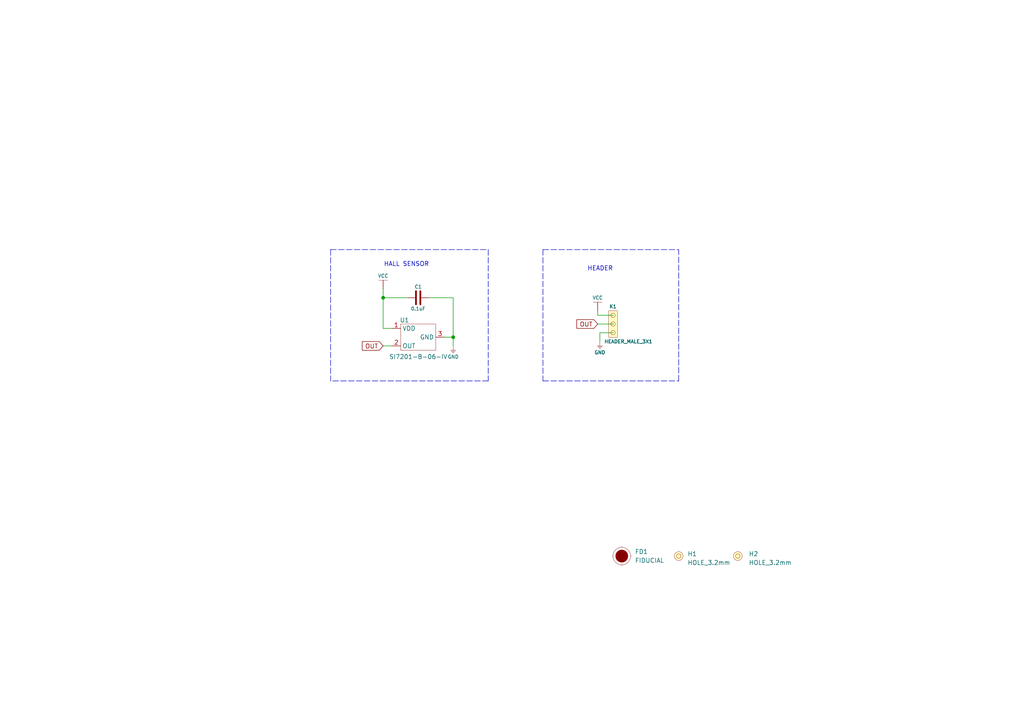
<source format=kicad_sch>
(kicad_sch (version 20210621) (generator eeschema)

  (uuid ea40d022-c996-4a4a-8961-7238afb1dbe3)

  (paper "A4")

  (title_block
    (title "Hall effect sensor digital")
    (date "2021-09-01")
    (rev "V1.1.1.")
    (company "SOLDERED")
    (comment 1 "333082")
  )

  (lib_symbols
    (symbol "e-radionica.com schematics:0603C" (pin_numbers hide) (pin_names (offset 0.002)) (in_bom yes) (on_board yes)
      (property "Reference" "C" (id 0) (at -0.635 3.175 0)
        (effects (font (size 1 1)))
      )
      (property "Value" "0603C" (id 1) (at 0 -3.175 0)
        (effects (font (size 1 1)))
      )
      (property "Footprint" "e-radionica.com footprinti:0603C" (id 2) (at 0 0 0)
        (effects (font (size 1 1)) hide)
      )
      (property "Datasheet" "" (id 3) (at 0 0 0)
        (effects (font (size 1 1)) hide)
      )
      (symbol "0603C_0_1"
        (polyline
          (pts
            (xy -0.635 1.905)
            (xy -0.635 -1.905)
          )
          (stroke (width 0.5)) (fill (type none))
        )
        (polyline
          (pts
            (xy 0.635 1.905)
            (xy 0.635 -1.905)
          )
          (stroke (width 0.5)) (fill (type none))
        )
      )
      (symbol "0603C_1_1"
        (pin passive line (at -3.175 0 0) (length 2.54)
          (name "~" (effects (font (size 1.27 1.27))))
          (number "1" (effects (font (size 1.27 1.27))))
        )
        (pin passive line (at 3.175 0 180) (length 2.54)
          (name "~" (effects (font (size 1.27 1.27))))
          (number "2" (effects (font (size 1.27 1.27))))
        )
      )
    )
    (symbol "e-radionica.com schematics:FIDUCIAL" (in_bom yes) (on_board yes)
      (property "Reference" "FD" (id 0) (at 0 3.81 0)
        (effects (font (size 1.27 1.27)))
      )
      (property "Value" "FIDUCIAL" (id 1) (at 0 -3.81 0)
        (effects (font (size 1.27 1.27)))
      )
      (property "Footprint" "e-radionica.com footprinti:FIDUCIAL_23" (id 2) (at 0.254 -5.334 0)
        (effects (font (size 1.27 1.27)) hide)
      )
      (property "Datasheet" "" (id 3) (at 0 0 0)
        (effects (font (size 1.27 1.27)) hide)
      )
      (symbol "FIDUCIAL_0_1"
        (circle (center 0 0) (radius 2.54) (stroke (width 0.0006)) (fill (type none)))
        (circle (center 0 0) (radius 1.7961) (stroke (width 0.001)) (fill (type outline)))
        (polyline
          (pts
            (xy -2.54 0)
            (xy -2.794 0)
          )
          (stroke (width 0.0006)) (fill (type none))
        )
        (polyline
          (pts
            (xy 0 -2.54)
            (xy 0 -2.794)
          )
          (stroke (width 0.0006)) (fill (type none))
        )
        (polyline
          (pts
            (xy 0 2.54)
            (xy 0 2.794)
          )
          (stroke (width 0.0006)) (fill (type none))
        )
        (polyline
          (pts
            (xy 2.54 0)
            (xy 2.794 0)
          )
          (stroke (width 0.0006)) (fill (type none))
        )
      )
    )
    (symbol "e-radionica.com schematics:GND" (power) (pin_names (offset 0)) (in_bom yes) (on_board yes)
      (property "Reference" "#PWR" (id 0) (at 4.445 0 0)
        (effects (font (size 1 1)) hide)
      )
      (property "Value" "GND" (id 1) (at 0 -2.921 0)
        (effects (font (size 1 1)))
      )
      (property "Footprint" "" (id 2) (at 4.445 3.81 0)
        (effects (font (size 1 1)) hide)
      )
      (property "Datasheet" "" (id 3) (at 4.445 3.81 0)
        (effects (font (size 1 1)) hide)
      )
      (property "ki_keywords" "power-flag" (id 4) (at 0 0 0)
        (effects (font (size 1.27 1.27)) hide)
      )
      (property "ki_description" "Power symbol creates a global label with name \"+3V3\"" (id 5) (at 0 0 0)
        (effects (font (size 1.27 1.27)) hide)
      )
      (symbol "GND_0_1"
        (polyline
          (pts
            (xy -0.762 -1.27)
            (xy 0.762 -1.27)
          )
          (stroke (width 0.0006)) (fill (type none))
        )
        (polyline
          (pts
            (xy -0.635 -1.524)
            (xy 0.635 -1.524)
          )
          (stroke (width 0.0006)) (fill (type none))
        )
        (polyline
          (pts
            (xy -0.381 -1.778)
            (xy 0.381 -1.778)
          )
          (stroke (width 0.0006)) (fill (type none))
        )
        (polyline
          (pts
            (xy -0.127 -2.032)
            (xy 0.127 -2.032)
          )
          (stroke (width 0.0006)) (fill (type none))
        )
        (polyline
          (pts
            (xy 0 0)
            (xy 0 -1.27)
          )
          (stroke (width 0.0006)) (fill (type none))
        )
      )
      (symbol "GND_1_1"
        (pin power_in line (at 0 0 270) (length 0) hide
          (name "GND" (effects (font (size 1.27 1.27))))
          (number "1" (effects (font (size 1.27 1.27))))
        )
      )
    )
    (symbol "e-radionica.com schematics:HEADER_MALE_3X1" (pin_numbers hide) (pin_names hide) (in_bom yes) (on_board yes)
      (property "Reference" "K" (id 0) (at -0.635 5.08 0)
        (effects (font (size 1 1)))
      )
      (property "Value" "HEADER_MALE_3X1" (id 1) (at 0 -5.08 0)
        (effects (font (size 1 1)))
      )
      (property "Footprint" "e-radionica.com footprinti:HEADER_MALE_3X1" (id 2) (at 0 -7.62 0)
        (effects (font (size 1 1)) hide)
      )
      (property "Datasheet" "" (id 3) (at 0 -2.54 0)
        (effects (font (size 1 1)) hide)
      )
      (symbol "HEADER_MALE_3X1_0_1"
        (circle (center 0 -2.54) (radius 0.635) (stroke (width 0.0006)) (fill (type none)))
        (circle (center 0 0) (radius 0.635) (stroke (width 0.0006)) (fill (type none)))
        (circle (center 0 2.54) (radius 0.635) (stroke (width 0.0006)) (fill (type none)))
        (rectangle (start 1.27 -3.81) (end -1.27 3.81)
          (stroke (width 0.001)) (fill (type background))
        )
      )
      (symbol "HEADER_MALE_3X1_1_1"
        (pin passive line (at 0 -2.54 180) (length 0)
          (name "~" (effects (font (size 1 1))))
          (number "1" (effects (font (size 1 1))))
        )
        (pin passive line (at 0 0 180) (length 0)
          (name "~" (effects (font (size 1 1))))
          (number "2" (effects (font (size 1 1))))
        )
        (pin passive line (at 0 2.54 180) (length 0)
          (name "~" (effects (font (size 1 1))))
          (number "3" (effects (font (size 1 1))))
        )
      )
    )
    (symbol "e-radionica.com schematics:HOLE_3.2mm" (pin_numbers hide) (pin_names hide) (in_bom yes) (on_board yes)
      (property "Reference" "H" (id 0) (at 0 2.54 0)
        (effects (font (size 1.27 1.27)))
      )
      (property "Value" "HOLE_3.2mm" (id 1) (at 0 -2.54 0)
        (effects (font (size 1.27 1.27)))
      )
      (property "Footprint" "e-radionica.com footprinti:HOLE_3.2mm" (id 2) (at 0 0 0)
        (effects (font (size 1.27 1.27)) hide)
      )
      (property "Datasheet" "" (id 3) (at 0 0 0)
        (effects (font (size 1.27 1.27)) hide)
      )
      (symbol "HOLE_3.2mm_0_1"
        (circle (center 0 0) (radius 0.635) (stroke (width 0.0006)) (fill (type none)))
        (circle (center 0 0) (radius 1.27) (stroke (width 0.001)) (fill (type background)))
      )
    )
    (symbol "e-radionica.com schematics:SI7201-B-06-IV" (in_bom yes) (on_board yes)
      (property "Reference" "U" (id 0) (at -3.81 5.08 0)
        (effects (font (size 1.27 1.27)))
      )
      (property "Value" "SI7201-B-06-IV" (id 1) (at 0 -5.08 0)
        (effects (font (size 1.27 1.27)))
      )
      (property "Footprint" "e-radionica.com footprinti:SOT-23-3" (id 2) (at 0 -7.62 0)
        (effects (font (size 1.27 1.27)) hide)
      )
      (property "Datasheet" "" (id 3) (at 0 0 0)
        (effects (font (size 1.27 1.27)) hide)
      )
      (symbol "SI7201-B-06-IV_0_1"
        (rectangle (start -5.08 3.81) (end 5.08 -3.81)
          (stroke (width 0.0006)) (fill (type none))
        )
      )
      (symbol "SI7201-B-06-IV_1_1"
        (pin power_in line (at -7.62 2.54 0) (length 2.54)
          (name "VDD" (effects (font (size 1.27 1.27))))
          (number "1" (effects (font (size 1.27 1.27))))
        )
        (pin output line (at -7.62 -2.54 0) (length 2.54)
          (name "OUT" (effects (font (size 1.27 1.27))))
          (number "2" (effects (font (size 1.27 1.27))))
        )
        (pin power_in line (at 7.62 0 180) (length 2.54)
          (name "GND" (effects (font (size 1.27 1.27))))
          (number "3" (effects (font (size 1.27 1.27))))
        )
      )
    )
    (symbol "e-radionica.com schematics:VCC" (power) (pin_names (offset 0)) (in_bom yes) (on_board yes)
      (property "Reference" "#PWR" (id 0) (at 4.445 0 0)
        (effects (font (size 1 1)) hide)
      )
      (property "Value" "VCC" (id 1) (at 0 3.556 0)
        (effects (font (size 1 1)))
      )
      (property "Footprint" "" (id 2) (at 4.445 3.81 0)
        (effects (font (size 1 1)) hide)
      )
      (property "Datasheet" "" (id 3) (at 4.445 3.81 0)
        (effects (font (size 1 1)) hide)
      )
      (property "ki_keywords" "power-flag" (id 4) (at 0 0 0)
        (effects (font (size 1.27 1.27)) hide)
      )
      (property "ki_description" "Power symbol creates a global label with name \"+3V3\"" (id 5) (at 0 0 0)
        (effects (font (size 1.27 1.27)) hide)
      )
      (symbol "VCC_0_1"
        (polyline
          (pts
            (xy -1.27 2.54)
            (xy 1.27 2.54)
          )
          (stroke (width 0.0006)) (fill (type none))
        )
        (polyline
          (pts
            (xy 0 0)
            (xy 0 2.54)
          )
          (stroke (width 0)) (fill (type none))
        )
      )
      (symbol "VCC_1_1"
        (pin power_in line (at 0 0 90) (length 0) hide
          (name "VCC" (effects (font (size 1.27 1.27))))
          (number "1" (effects (font (size 1.27 1.27))))
        )
      )
    )
  )

  (junction (at 111.125 86.36) (diameter 0.9144) (color 0 0 0 0))
  (junction (at 131.445 97.79) (diameter 0.9144) (color 0 0 0 0))

  (wire (pts (xy 111.125 83.82) (xy 111.125 86.36))
    (stroke (width 0) (type solid) (color 0 0 0 0))
    (uuid 7802b948-9379-40db-b159-a67fc1bbe75c)
  )
  (wire (pts (xy 111.125 86.36) (xy 111.125 95.25))
    (stroke (width 0) (type solid) (color 0 0 0 0))
    (uuid 7802b948-9379-40db-b159-a67fc1bbe75c)
  )
  (wire (pts (xy 111.125 86.36) (xy 118.11 86.36))
    (stroke (width 0) (type solid) (color 0 0 0 0))
    (uuid fe30e30f-118b-4bc7-89ec-9beb49197aa5)
  )
  (wire (pts (xy 111.125 95.25) (xy 113.665 95.25))
    (stroke (width 0) (type solid) (color 0 0 0 0))
    (uuid 7802b948-9379-40db-b159-a67fc1bbe75c)
  )
  (wire (pts (xy 111.125 100.33) (xy 113.665 100.33))
    (stroke (width 0) (type solid) (color 0 0 0 0))
    (uuid dfeeb048-8356-4fff-9039-c10669f741f0)
  )
  (wire (pts (xy 124.46 86.36) (xy 131.445 86.36))
    (stroke (width 0) (type solid) (color 0 0 0 0))
    (uuid 38fdcc20-988f-49da-b2bc-eebafb71f54e)
  )
  (wire (pts (xy 128.905 97.79) (xy 131.445 97.79))
    (stroke (width 0) (type solid) (color 0 0 0 0))
    (uuid b8fb89ea-3bc7-4abf-b631-6f1b5c0fbc84)
  )
  (wire (pts (xy 131.445 86.36) (xy 131.445 97.79))
    (stroke (width 0) (type solid) (color 0 0 0 0))
    (uuid 38fdcc20-988f-49da-b2bc-eebafb71f54e)
  )
  (wire (pts (xy 131.445 97.79) (xy 131.445 100.33))
    (stroke (width 0) (type solid) (color 0 0 0 0))
    (uuid b8fb89ea-3bc7-4abf-b631-6f1b5c0fbc84)
  )
  (wire (pts (xy 173.355 91.44) (xy 173.355 90.17))
    (stroke (width 0) (type solid) (color 0 0 0 0))
    (uuid ee18a6b6-4a07-451d-b486-e139280d3fb4)
  )
  (wire (pts (xy 173.355 93.98) (xy 177.8 93.98))
    (stroke (width 0) (type solid) (color 0 0 0 0))
    (uuid ecde8491-5f0b-488d-abfd-edd28e3b895d)
  )
  (wire (pts (xy 173.99 96.52) (xy 173.99 99.06))
    (stroke (width 0) (type solid) (color 0 0 0 0))
    (uuid 73f09e63-9ff6-4e00-aab1-6e51a032380a)
  )
  (wire (pts (xy 177.8 91.44) (xy 173.355 91.44))
    (stroke (width 0) (type solid) (color 0 0 0 0))
    (uuid ee18a6b6-4a07-451d-b486-e139280d3fb4)
  )
  (wire (pts (xy 177.8 96.52) (xy 173.99 96.52))
    (stroke (width 0) (type solid) (color 0 0 0 0))
    (uuid 73f09e63-9ff6-4e00-aab1-6e51a032380a)
  )
  (polyline (pts (xy 95.885 72.39) (xy 95.885 110.49))
    (stroke (width 0) (type dash) (color 0 0 0 0))
    (uuid 3267ad2b-435d-4bf1-9d17-8eb52920ec88)
  )
  (polyline (pts (xy 95.885 72.39) (xy 141.605 72.39))
    (stroke (width 0) (type dash) (color 0 0 0 0))
    (uuid 3267ad2b-435d-4bf1-9d17-8eb52920ec88)
  )
  (polyline (pts (xy 141.605 72.39) (xy 141.605 110.49))
    (stroke (width 0) (type dash) (color 0 0 0 0))
    (uuid 3267ad2b-435d-4bf1-9d17-8eb52920ec88)
  )
  (polyline (pts (xy 141.605 110.49) (xy 95.885 110.49))
    (stroke (width 0) (type dash) (color 0 0 0 0))
    (uuid 3267ad2b-435d-4bf1-9d17-8eb52920ec88)
  )
  (polyline (pts (xy 157.48 72.39) (xy 157.48 110.49))
    (stroke (width 0) (type dash) (color 0 0 0 0))
    (uuid c853c7e6-9e1a-4676-b6ec-dba491d859dc)
  )
  (polyline (pts (xy 157.48 72.39) (xy 196.85 72.39))
    (stroke (width 0) (type dash) (color 0 0 0 0))
    (uuid c853c7e6-9e1a-4676-b6ec-dba491d859dc)
  )
  (polyline (pts (xy 157.48 110.49) (xy 196.85 110.49))
    (stroke (width 0) (type dash) (color 0 0 0 0))
    (uuid c853c7e6-9e1a-4676-b6ec-dba491d859dc)
  )
  (polyline (pts (xy 196.85 110.49) (xy 196.85 72.39))
    (stroke (width 0) (type dash) (color 0 0 0 0))
    (uuid c853c7e6-9e1a-4676-b6ec-dba491d859dc)
  )

  (text "HALL SENSOR" (at 124.46 77.47 180)
    (effects (font (size 1.27 1.27)) (justify right bottom))
    (uuid 118b80ff-fc8b-43dd-8b8a-20b8e6c7afe8)
  )
  (text "HEADER" (at 177.8 78.74 180)
    (effects (font (size 1.27 1.27)) (justify right bottom))
    (uuid b0a01b1c-82bb-4cc9-8e98-bdfe88d17f14)
  )

  (global_label "OUT" (shape input) (at 111.125 100.33 180)
    (effects (font (size 1.27 1.27)) (justify right))
    (uuid 02ef0231-5222-4cf4-95e8-e8407177689b)
    (property "Intersheet References" "${INTERSHEET_REFS}" (id 0) (at 103.5593 100.2506 0)
      (effects (font (size 1.27 1.27)) (justify right) hide)
    )
  )
  (global_label "OUT" (shape input) (at 173.355 93.98 180)
    (effects (font (size 1.27 1.27)) (justify right))
    (uuid 4777834d-f4c6-4113-8862-cc4864a85cd4)
    (property "Intersheet References" "${INTERSHEET_REFS}" (id 0) (at 165.7893 93.9006 0)
      (effects (font (size 1.27 1.27)) (justify right) hide)
    )
  )

  (symbol (lib_id "e-radionica.com schematics:GND") (at 131.445 100.33 0) (unit 1)
    (in_bom yes) (on_board yes)
    (uuid 03973133-1096-4830-b394-3cb46dc0469a)
    (property "Reference" "#PWR02" (id 0) (at 135.89 100.33 0)
      (effects (font (size 1 1)) hide)
    )
    (property "Value" "GND" (id 1) (at 131.445 103.505 0)
      (effects (font (size 1 1)))
    )
    (property "Footprint" "" (id 2) (at 135.89 96.52 0)
      (effects (font (size 1 1)) hide)
    )
    (property "Datasheet" "" (id 3) (at 135.89 96.52 0)
      (effects (font (size 1 1)) hide)
    )
    (pin "1" (uuid 4adeb464-f971-42a2-b25f-794ece033b2a))
  )

  (symbol (lib_id "e-radionica.com schematics:GND") (at 173.99 99.06 0) (unit 1)
    (in_bom yes) (on_board yes)
    (uuid 9691f1b1-2623-4d0a-a22e-a4e81cff0933)
    (property "Reference" "#PWR04" (id 0) (at 178.435 99.06 0)
      (effects (font (size 1 1)) hide)
    )
    (property "Value" "GND" (id 1) (at 173.99 102.235 0)
      (effects (font (size 1 1)))
    )
    (property "Footprint" "" (id 2) (at 178.435 95.25 0)
      (effects (font (size 1 1)) hide)
    )
    (property "Datasheet" "" (id 3) (at 178.435 95.25 0)
      (effects (font (size 1 1)) hide)
    )
    (pin "1" (uuid 4adeb464-f971-42a2-b25f-794ece033b2a))
  )

  (symbol (lib_id "e-radionica.com schematics:HOLE_3.2mm") (at 196.85 161.29 0) (unit 1)
    (in_bom yes) (on_board yes)
    (uuid 07a563ef-9392-43d7-a36a-bc336aa4879f)
    (property "Reference" "H1" (id 0) (at 199.39 160.655 0)
      (effects (font (size 1.27 1.27)) (justify left))
    )
    (property "Value" "HOLE_3.2mm" (id 1) (at 199.39 163.195 0)
      (effects (font (size 1.27 1.27)) (justify left))
    )
    (property "Footprint" "e-radionica.com footprinti:HOLE_3.2mm" (id 2) (at 196.85 161.29 0)
      (effects (font (size 1.27 1.27)) hide)
    )
    (property "Datasheet" "" (id 3) (at 196.85 161.29 0)
      (effects (font (size 1.27 1.27)) hide)
    )
  )

  (symbol (lib_id "e-radionica.com schematics:HOLE_3.2mm") (at 213.995 161.29 0) (unit 1)
    (in_bom yes) (on_board yes)
    (uuid fee2c5c2-63d4-4fc8-872d-1c65e21aa6df)
    (property "Reference" "H2" (id 0) (at 217.17 160.655 0)
      (effects (font (size 1.27 1.27)) (justify left))
    )
    (property "Value" "HOLE_3.2mm" (id 1) (at 217.17 163.195 0)
      (effects (font (size 1.27 1.27)) (justify left))
    )
    (property "Footprint" "e-radionica.com footprinti:HOLE_3.2mm" (id 2) (at 213.995 161.29 0)
      (effects (font (size 1.27 1.27)) hide)
    )
    (property "Datasheet" "" (id 3) (at 213.995 161.29 0)
      (effects (font (size 1.27 1.27)) hide)
    )
  )

  (symbol (lib_id "e-radionica.com schematics:VCC") (at 111.125 83.82 0) (unit 1)
    (in_bom yes) (on_board yes)
    (uuid b4ee1bdc-704c-40d0-8c18-4713d768c104)
    (property "Reference" "#PWR01" (id 0) (at 115.57 83.82 0)
      (effects (font (size 1 1)) hide)
    )
    (property "Value" "VCC" (id 1) (at 111.125 80.01 0)
      (effects (font (size 1 1)))
    )
    (property "Footprint" "" (id 2) (at 115.57 80.01 0)
      (effects (font (size 1 1)) hide)
    )
    (property "Datasheet" "" (id 3) (at 115.57 80.01 0)
      (effects (font (size 1 1)) hide)
    )
    (pin "1" (uuid b492cf6f-6b6f-49f5-8c82-2194e0e52c19))
  )

  (symbol (lib_id "e-radionica.com schematics:VCC") (at 173.355 90.17 0) (unit 1)
    (in_bom yes) (on_board yes)
    (uuid 8c6b2660-7f0a-4418-b353-a0f0ca1273e2)
    (property "Reference" "#PWR03" (id 0) (at 177.8 90.17 0)
      (effects (font (size 1 1)) hide)
    )
    (property "Value" "VCC" (id 1) (at 173.355 86.36 0)
      (effects (font (size 1 1)))
    )
    (property "Footprint" "" (id 2) (at 177.8 86.36 0)
      (effects (font (size 1 1)) hide)
    )
    (property "Datasheet" "" (id 3) (at 177.8 86.36 0)
      (effects (font (size 1 1)) hide)
    )
    (pin "1" (uuid b492cf6f-6b6f-49f5-8c82-2194e0e52c19))
  )

  (symbol (lib_id "e-radionica.com schematics:HEADER_MALE_3X1") (at 177.8 93.98 0) (unit 1)
    (in_bom yes) (on_board yes)
    (uuid 6735f21c-333a-4a4c-9006-65ddb07d502f)
    (property "Reference" "K1" (id 0) (at 177.8 88.9 0)
      (effects (font (size 1 1)))
    )
    (property "Value" "HEADER_MALE_3X1" (id 1) (at 182.245 99.06 0)
      (effects (font (size 1 1)))
    )
    (property "Footprint" "e-radionica.com footprinti:HEADER_MALE_3X1" (id 2) (at 177.8 101.6 0)
      (effects (font (size 1 1)) hide)
    )
    (property "Datasheet" "" (id 3) (at 177.8 96.52 0)
      (effects (font (size 1 1)) hide)
    )
    (pin "1" (uuid 7be1326b-fe03-46ca-bb19-170aa05c74a5))
    (pin "2" (uuid 405c80c5-7377-441f-9460-230c8bfdcd86))
    (pin "3" (uuid 26104d68-0cbd-4f24-911f-1fa69669a586))
  )

  (symbol (lib_id "e-radionica.com schematics:0603C") (at 121.285 86.36 0) (unit 1)
    (in_bom yes) (on_board yes)
    (uuid 09718914-f035-4531-b5ca-bb17e5ac468b)
    (property "Reference" "C1" (id 0) (at 121.285 83.185 0)
      (effects (font (size 1 1)))
    )
    (property "Value" "0.1uF" (id 1) (at 121.285 89.535 0)
      (effects (font (size 1 1)))
    )
    (property "Footprint" "e-radionica.com footprinti:0603C" (id 2) (at 121.285 86.36 0)
      (effects (font (size 1 1)) hide)
    )
    (property "Datasheet" "" (id 3) (at 121.285 86.36 0)
      (effects (font (size 1 1)) hide)
    )
    (pin "1" (uuid b66f3b5b-1b30-412d-8643-465cb77654ee))
    (pin "2" (uuid 1e4e538d-1dca-40fd-93b8-783de0876b41))
  )

  (symbol (lib_id "e-radionica.com schematics:FIDUCIAL") (at 180.34 161.29 0) (unit 1)
    (in_bom yes) (on_board yes) (fields_autoplaced)
    (uuid e511dff6-5e4b-4813-a33f-4e1a7296295d)
    (property "Reference" "FD1" (id 0) (at 184.15 160.0199 0)
      (effects (font (size 1.27 1.27)) (justify left))
    )
    (property "Value" "FIDUCIAL" (id 1) (at 184.15 162.5599 0)
      (effects (font (size 1.27 1.27)) (justify left))
    )
    (property "Footprint" "e-radionica.com footprinti:FIDUCIAL_23" (id 2) (at 180.594 166.624 0)
      (effects (font (size 1.27 1.27)) hide)
    )
    (property "Datasheet" "" (id 3) (at 180.34 161.29 0)
      (effects (font (size 1.27 1.27)) hide)
    )
  )

  (symbol (lib_id "e-radionica.com schematics:SI7201-B-06-IV") (at 121.285 97.79 0) (unit 1)
    (in_bom yes) (on_board yes)
    (uuid 9b3c248f-5697-47fa-887f-ecd12f187cb7)
    (property "Reference" "U1" (id 0) (at 117.3226 92.8624 0))
    (property "Value" "SI7201-B-06-IV" (id 1) (at 121.3358 103.4796 0))
    (property "Footprint" "e-radionica.com footprinti:SOT-23-3" (id 2) (at 121.285 105.41 0)
      (effects (font (size 1.27 1.27)) hide)
    )
    (property "Datasheet" "" (id 3) (at 121.285 97.79 0)
      (effects (font (size 1.27 1.27)) hide)
    )
    (pin "1" (uuid aa374f7b-fa08-42ce-8f53-0940ff03042d))
    (pin "2" (uuid c73b064b-3900-4b7a-9e01-85cceda14fb3))
    (pin "3" (uuid 0857911e-fde5-4fbf-8509-7f94dddb4cb6))
  )

  (sheet_instances
    (path "/" (page "1"))
  )

  (symbol_instances
    (path "/b4ee1bdc-704c-40d0-8c18-4713d768c104"
      (reference "#PWR01") (unit 1) (value "VCC") (footprint "")
    )
    (path "/03973133-1096-4830-b394-3cb46dc0469a"
      (reference "#PWR02") (unit 1) (value "GND") (footprint "")
    )
    (path "/8c6b2660-7f0a-4418-b353-a0f0ca1273e2"
      (reference "#PWR03") (unit 1) (value "VCC") (footprint "")
    )
    (path "/9691f1b1-2623-4d0a-a22e-a4e81cff0933"
      (reference "#PWR04") (unit 1) (value "GND") (footprint "")
    )
    (path "/09718914-f035-4531-b5ca-bb17e5ac468b"
      (reference "C1") (unit 1) (value "0.1uF") (footprint "e-radionica.com footprinti:0603C")
    )
    (path "/e511dff6-5e4b-4813-a33f-4e1a7296295d"
      (reference "FD1") (unit 1) (value "FIDUCIAL") (footprint "e-radionica.com footprinti:FIDUCIAL_23")
    )
    (path "/07a563ef-9392-43d7-a36a-bc336aa4879f"
      (reference "H1") (unit 1) (value "HOLE_3.2mm") (footprint "e-radionica.com footprinti:HOLE_3.2mm")
    )
    (path "/fee2c5c2-63d4-4fc8-872d-1c65e21aa6df"
      (reference "H2") (unit 1) (value "HOLE_3.2mm") (footprint "e-radionica.com footprinti:HOLE_3.2mm")
    )
    (path "/6735f21c-333a-4a4c-9006-65ddb07d502f"
      (reference "K1") (unit 1) (value "HEADER_MALE_3X1") (footprint "e-radionica.com footprinti:HEADER_MALE_3X1")
    )
    (path "/9b3c248f-5697-47fa-887f-ecd12f187cb7"
      (reference "U1") (unit 1) (value "SI7201-B-06-IV") (footprint "e-radionica.com footprinti:SOT-23-3")
    )
  )
)

</source>
